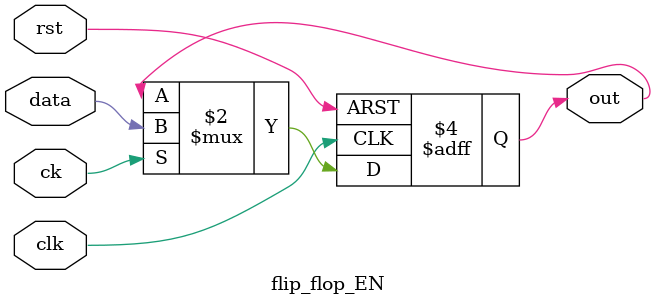
<source format=sv>
module flip_flop_EN(
    input logic clk,
    input logic rst,
    input logic ck, //(normalmente 0) data_available de Key_bounce_elimination (EN_s)
    input logic data,
    output logic out
);

    always_ff@(posedge clk, posedge rst) begin
        if(rst) begin
            out <= 0;
        end else begin
            if(ck) begin
                out <= data;
            end
        end
    end

endmodule
</source>
